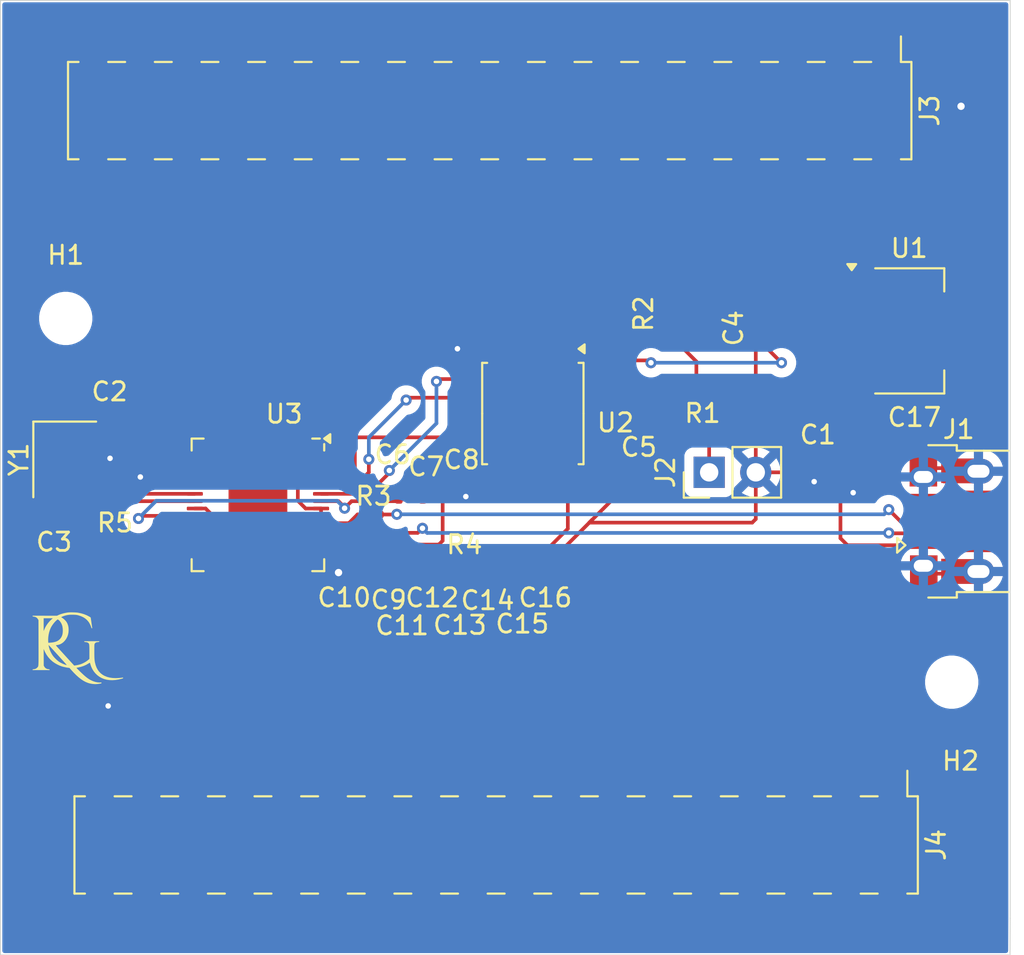
<source format=kicad_pcb>
(kicad_pcb (version 20241229) (generator "pcbnew") (generator_version "9.0")
  (title_block (title "RASPBERRY PI RP2040") (date "03-08-2025") (rev "V1") (company "ROOPA GHATKE"))
  (layers (0 "F.Cu" signal) (2 "B.Cu" signal) (13 "F.Paste" user) (15 "B.Paste" user) (5 "F.SilkS" user "F.Silkscreen") (7 "B.SilkS" user "B.Silkscreen") (1 "F.Mask" user) (3 "B.Mask" user) (25 "Edge.Cuts" user))
  (net 0 "")
  (net 1 "GND")
  (net 2 "VBUS")
  (net 3 "/XIN")
  (net 4 "Net-(C3-Pad2)")
  (net 5 "+3V3")
  (net 6 "+1V1")
  (net 8 "/USB_D-")
  (net 9 "/USB_D+")
  (net 10 "/USB_BOOT")
  (net 11 "/GPIO11")
  (net 12 "/GPIO3")
  (net 13 "/GPIO0")
  (net 14 "/GPIO2")
  (net 15 "/GPIO4")
  (net 16 "/GPIO10")
  (net 17 "/GPIO12")
  (net 18 "/GPIO15")
  (net 19 "/GPIO14")
  (net 20 "/GPIO6")
  (net 21 "/GPIO13")
  (net 22 "/GPIO8")
  (net 23 "/GPIO9")
  (net 24 "/GPIO7")
  (net 25 "/GPIO1")
  (net 26 "/GPIO5")
  (net 27 "/GPIO20")
  (net 28 "/GPIO21")
  (net 29 "/GPIO18")
  (net 30 "/GPIO16")
  (net 31 "/GPIO17")
  (net 32 "/SWCLK")
  (net 33 "/RUN")
  (net 34 "/GPI022")
  (net 35 "/GPIO23")
  (net 36 "/GPIO26_ADC0")
  (net 37 "/GPIO28_ADC2")
  (net 38 "/GPIO24")
  (net 39 "/SWD")
  (net 40 "/GPIO25")
  (net 41 "/GPIO19")
  (net 42 "/GPIO27_ADC1")
  (net 43 "/GPIO29_ADC3")
  (net 44 "/QSPI_SS")
  (net 45 "Net-(U3-USB_DP)")
  (net 46 "Net-(U3-USB_DM)")
  (net 47 "/XOUT")
  (net 48 "/QSPI_SCLK")
  (net 49 "/QSPI_SD0")
  (net 50 "/QSPI_SD2")
  (net 51 "/QSPI_SD3")
  (net 52 "/QSPI_SD1")
  (footprint "Capacitor_SMD:C_0201_0603Metric" (layer "F.Cu") (at 131.0604 100.5116 90)
    (property "Reference" "C14")
    (property "Value" "100n" (hide yes))
  )
  (footprint "Capacitor_SMD:C_0201_0603Metric" (layer "F.Cu") (at 128 96.36 90)
    (property "Reference" "C7")
    (property "Value" "100n" (hide yes))
  )
  (footprint "Connector_PinHeader_2.54mm:PinHeader_2x18_P2.54mm_Vertical_SMD" (layer "F.Cu") (at 131.65 75.5 -90)
    (property "Reference" "J3")
    (property "Value" "Conn_02x18_Odd_Even" (hide yes))
  )
  (footprint "Resistor_SMD:R_0201_0603Metric" (layer "F.Cu") (at 143.2422 90.9358 180)
    (property "Reference" "R1")
    (property "Value" "1k" (hide yes))
  )
  (footprint "Connector_PinHeader_2.54mm:PinHeader_2x18_P2.54mm_Vertical_SMD" (layer "F.Cu") (at 132 115.5 -90)
    (property "Reference" "J4")
    (property "Value" "Conn_02x18_Odd_Even" (hide yes))
  )
  (footprint "Capacitor_SMD:C_0201_0603Metric" (layer "F.Cu") (at 126.7 96.36 90)
    (property "Reference" "C6")
    (property "Value" "100n" (hide yes))
  )
  (footprint "Package_SO:SOIC-8_5.3x5.3mm_P1.27mm" (layer "F.Cu") (at 134 92 -90)
    (property "Reference" "U2")
    (property "Value" "W25Q128JVS" (hide yes))
  )
  (footprint "Capacitor_SMD:C_0201_0603Metric" (layer "F.Cu") (at 132.5 100.5116 90)
    (property "Reference" "C15")
    (property "Value" "100n" (hide yes))
  )
  (footprint "MountingHole:MountingHole_2.5mm" (layer "F.Cu") (at 108.556 86.821)
    (property "Reference" "H1")
    (property "Value" "MountingHole" (hide yes))
  )
  (footprint "Package_TO_SOT_SMD:SOT-223-3_TabPin2" (layer "F.Cu") (at 154.5 87.5)
    (property "Reference" "U1")
    (property "Value" "NCP1117-3.3_SOT223" (hide yes))
  )
  (footprint "Capacitor_SMD:C_0201_0603Metric" (layer "F.Cu") (at 128.175 100.505 90)
    (property "Reference" "C12")
    (property "Value" "100n" (hide yes))
  )
  (footprint "Crystal:Crystal_SMD_Abracon_ABM8G-4Pin_3.2x2.5mm" (layer "F.Cu") (at 108.5 94.5 -90)
    (property "Reference" "Y1")
    (property "Value" "Crystal_GND24" (hide yes))
  )
  (footprint "Capacitor_SMD:C_0201_0603Metric" (layer "F.Cu") (at 153.2346 93.679 90)
    (property "Reference" "C17")
    (property "Value" "10u" (hide yes))
  )
  (footprint "Capacitor_SMD:C_0201_0603Metric" (layer "F.Cu") (at 129.5 100.5 90)
    (property "Reference" "C13")
    (property "Value" "100n" (hide yes))
  )
  (footprint "Resistor_SMD:R_0201_0603Metric" (layer "F.Cu") (at 111.3652 96.854)
    (property "Reference" "R5")
    (property "Value" "1k" (hide yes))
  )
  (footprint "Capacitor_SMD:C_0201_0603Metric" (layer "F.Cu") (at 146.4782 87.3544 180)
    (property "Reference" "C4")
    (property "Value" "10u" (hide yes))
  )
  (footprint "Connector_PinHeader_2.54mm:PinHeader_1x02_P2.54mm_Vertical" (layer "F.Cu") (at 143.603 95.203 90)
    (property "Reference" "J2")
    (property "Value" "Conn_01x02" (hide yes))
  )
  (footprint "Capacitor_SMD:C_0201_0603Metric" (layer "F.Cu") (at 138.5026 94.8728 -90)
    (property "Reference" "C5")
    (property "Value" "100n" (hide yes))
  )
  (footprint "Capacitor_SMD:C_0201_0603Metric" (layer "F.Cu") (at 125.7 100.475 90)
    (property "Reference" "C9")
    (property "Value" "100n" (hide yes))
  )
  (footprint "Resistor_SMD:R_0201_0603Metric" (layer "F.Cu") (at 126.59 98.5 180)
    (property "Reference" "R4")
    (property "Value" "27" (hide yes))
  )
  (footprint "Resistor_SMD:R_0201_0603Metric" (layer "F.Cu") (at 125.32 97.5 180)
    (property "Reference" "R3")
    (property "Value" "27" (hide yes))
  )
  (footprint "Capacitor_SMD:C_0201_0603Metric" (layer "F.Cu") (at 126.9 100.495 90)
    (property "Reference" "C11")
    (property "Value" "100n" (hide yes))
  )
  (footprint "MountingHole:MountingHole_2.5mm" (layer "F.Cu") (at 156.816 106.633)
    (property "Reference" "H2")
    (property "Value" "MountingHole" (hide yes))
  )
  (footprint "Connector_USB:USB_Micro-B_Amphenol_10103594-0001LF_Horizontal" (layer "F.Cu") (at 157.1582 97.8502 90)
    (property "Reference" "J1")
    (property "Value" "USB_B_Micro" (hide yes))
  )
  (footprint "Capacitor_SMD:C_0201_0603Metric" (layer "F.Cu") (at 110 98.9876)
    (property "Reference" "C3")
    (property "Value" "15p" (hide yes))
  )
  (footprint "Capacitor_SMD:C_0201_0603Metric" (layer "F.Cu") (at 111.5786 93.2218)
    (property "Reference" "C2")
    (property "Value" "15p" (hide yes))
  )
  (footprint "Capacitor_SMD:C_0201_0603Metric" (layer "F.Cu") (at 124.45 100.48 90)
    (property "Reference" "C10")
    (property "Value" "1u" (hide yes))
  )
  (footprint "Resistor_SMD:R_0201_0603Metric" (layer "F.Cu") (at 138.528 86.567 -90)
    (property "Reference" "R2")
    (property "Value" "0NF" (hide yes))
  )
  (footprint "Capacitor_SMD:C_0201_0603Metric" (layer "F.Cu") (at 151.0756 94.3394)
    (property "Reference" "C1")
    (property "Value" "10u" (hide yes))
  )
  (footprint "Package_DFN_QFN:QFN-56-1EP_7x7mm_P0.4mm_EP3.2x3.2mm" (layer "F.Cu") (at 119.025 96.975 -90)
    (property "Reference" "U3")
    (property "Value" "RP2040")
  )
  (footprint "Capacitor_SMD:C_0201_0603Metric" (layer "F.Cu") (at 129.0875 96.32 -90)
    (property "Reference" "C8")
    (property "Value" "1u" (hide yes))
  )
  (footprint "Capacitor_SMD:C_0201_0603Metric" (layer "F.Cu") (at 133.9306 100.4862 90)
    (property "Reference" "C16")
    (property "Value" "100n" (hide yes))
  )
  (footprint "Logos:RoopaGhatke_logo" (layer "F.Cu") (at 108.1496 105.3376)
    (property "Reference" "G***" (hide yes))
    (property "Value" "LOGO" (hide yes))
  )
  (gr_line (start 105 69.5) (end 160 69.5) (stroke (width 0.05)) (layer "Edge.Cuts"))
  (gr_line (start 105 121.492) (end 105 69.5) (stroke (width 0.05)) (layer "Edge.Cuts"))
  (gr_line (start 160 119.5) (end 159.991 121.492) (stroke (width 0.05)) (layer "Edge.Cuts"))
  (gr_line (start 160 69.5) (end 160 119.5) (stroke (width 0.05)) (layer "Edge.Cuts"))
  (gr_line (start 159.991 121.492) (end 105 121.492) (stroke (width 0.05)) (layer "Edge.Cuts"))
  (segment (start 146.143 95.203) (end 148.942 95.203) (width 0.2) (layer "F.Cu") (net 1))
  (segment (start 151.448 96.312) (end 151.448 94.3918) (width 0.2) (layer "F.Cu") (net 1))
  (segment (start 125.695 100.8) (end 125.7 100.795) (width 0.2) (layer "F.Cu") (net 1))
  (segment (start 110.06 78.025) (end 110.06 72.975) (width 0.6) (layer "F.Cu") (net 1))
  (segment (start 130.1872 96) (end 129.0875 96) (width 0.2) (layer "F.Cu") (net 1))
  (segment (start 151.448 94.3918) (end 151.3956 94.3394) (width 0.2) (layer "F.Cu") (net 1))
  (segment (start 150.87 85.68) (end 151.35 85.2) (width 0.2) (layer "F.Cu") (net 1))
  (segment (start 158.5432 96.9152) (end 158.5432 98.8352) (width 0.2) (layer "F.Cu") (net 1))
  (segment (start 153.59 118.025) (end 110.41 118.025) (width 0.6) (layer "F.Cu") (net 1))
  (segment (start 118.025 95.975) (end 119.025 96.975) (width 0.2) (layer "F.Cu") (net 1))
  (segment (start 155.3932 95.5752) (end 155.2732 95.4552) (width 0.2) (layer "F.Cu") (net 1))
  (segment (start 109.68 97.63) (end 107.65 95.6) (width 0.2) (layer "F.Cu") (net 1))
  (segment (start 124.45 100.8) (end 123.551 100.8) (width 0.2) (layer "F.Cu") (net 1))
  (segment (start 130.3492 96.162) (end 130.1872 96) (width 0.2) (layer "F.Cu") (net 1))
  (segment (start 155.3932 96.5752) (end 155.3932 95.5752) (width 0.2) (layer "F.Cu") (net 1))
  (segment (start 110.06 72.975) (end 153.24 72.975) (width 0.6) (layer "F.Cu") (net 1))
  (segment (start 146.143 87.3696) (end 146.1582 87.3544) (width 0.2) (layer "F.Cu") (net 1))
  (segment (start 158.2732 99.1052) (end 158.5432 98.8352) (width 0.2) (layer "F.Cu") (net 1))
  (segment (start 146.143 95.203) (end 146.143 87.3696) (width 0.2) (layer "F.Cu") (net 1))
  (segment (start 126.88 100.795) (end 126.9 100.815) (width 0.2) (layer "F.Cu") (net 1))
  (segment (start 113.138 95.975) (end 115.5875 95.975) (width 0.2) (layer "F.Cu") (net 1))
  (segment (start 107.65 95.35) (end 107.65 95.6) (width 0.6) (layer "F.Cu") (net 1))
  (segment (start 129.5 100.82) (end 131.0488 100.82) (width 0.2) (layer "F.Cu") (net 1))
  (segment (start 125.7 100.795) (end 126.88 100.795) (width 0.2) (layer "F.Cu") (net 1))
  (segment (start 131.0604 100.8316) (end 132.5 100.8316) (width 0.2) (layer "F.Cu") (net 1))
  (segment (start 112.62 95.457) (end 113.138 95.975) (width 0.2) (layer "F.Cu") (net 1))
  (segment (start 111.284 93.298) (end 111.284 93.872) (width 0.2) (layer "F.Cu") (net 1))
  (segment (start 126.7 96.04) (end 128 96.04) (width 0.2) (layer "F.Cu") (net 1))
  (segment (start 110.969 94.441) (end 110.969 94.187) (width 0.2) (layer "F.Cu") (net 1))
  (segment (start 109.68 99) (end 109.68 97.63) (width 0.2) (layer "F.Cu") (net 1))
  (segment (start 109.452 93.298) (end 109.35 93.4) (width 0.2) (layer "F.Cu") (net 1))
  (segment (start 146.143 97.748) (end 145.948 97.943) (width 0.2) (layer "F.Cu") (net 1))
  (segment (start 155.035 72.975) (end 153.24 72.975) (width 0.2) (layer "F.Cu") (net 1))
  (segment (start 138.5 96.519999) (end 138.5 95.14) (width 0.2) (layer "F.Cu") (net 1))
  (segment (start 137.2294 97.7906) (end 138.5 96.519999) (width 0.2) (layer "F.Cu") (net 1))
  (segment (start 158.2732 95.1452) (end 158.2732 96.6452) (width 0.2) (layer "F.Cu") (net 1))
  (segment (start 157.1932 94.9752) (end 157.3432 95.1252) (width 0.2) (layer "F.Cu") (net 1))
  (segment (start 109.165 93.215) (end 109.35 93.4) (width 0.2) (layer "F.Cu") (net 1))
  (segment (start 133.9052 100.8316) (end 133.9306 100.8062) (width 0.2) (layer "F.Cu") (net 1))
  (segment (start 132.5 100.8316) (end 133.9052 100.8316) (width 0.2) (layer "F.Cu") (net 1))
  (segment (start 126.9 100.815) (end 128.165 100.815) (width 0.2) (layer "F.Cu") (net 1))
  (segment (start 133.9306 100.8062) (end 134.2138 100.8062) (width 0.2) (layer "F.Cu") (net 1))
  (segment (start 110.41 112.975) (end 110.41 108.3858) (width 0.2) (layer "F.Cu") (net 1))
  (segment (start 109.35 93.4) (end 109.35 93.65) (width 0.6) (layer "F.Cu") (net 1))
  (segment (start 132.095 88.4125) (end 129.9515 88.4125) (width 0.2) (layer "F.Cu") (net 1))
  (segment (start 146.1582 86.7854) (end 147.7436 85.2) (width 0.2) (layer "F.Cu") (net 1))
  (segment (start 155.2932 100.7252) (end 157.2232 100.7252) (width 0.2) (layer "F.Cu") (net 1))
  (segment (start 151.448 94.353) (end 152.8806 94.353) (width 0.2) (layer "F.Cu") (net 1))
  (segment (start 137.077 97.943) (end 137.2294 97.7906) (width 0.2) (layer "F.Cu") (net 1))
  (segment (start 129.9515 88.4125) (end 129.892 88.472) (width 0.2) (layer "F.Cu") (net 1))
  (segment (start 110.969 94.187) (end 111.284 93.872) (width 0.2) (layer "F.Cu") (net 1))
  (segment (start 158.2732 100.6052) (end 158.2732 99.1052) (width 0.2) (layer "F.Cu") (net 1))
  (segment (start 124.475 100.775) (end 124.45 100.8) (width 0.2) (layer "F.Cu") (net 1))
  (segment (start 131.0488 100.82) (end 131.0604 100.8316) (width 0.2) (layer "F.Cu") (net 1))
  (segment (start 147.7436 85.2) (end 151.35 85.2) (width 0.2) (layer "F.Cu") (net 1))
  (segment (start 129.0475 96.04) (end 129.0875 96) (width 0.2) (layer "F.Cu") (net 1))
  (segment (start 107.65 95.6) (end 107.65 95.1) (width 0.2) (layer "F.Cu") (net 1))
  (segment (start 110.41 108.3858) (end 110.8674 107.9284) (width 0.2) (layer "F.Cu") (net 1))
  (segment (start 158.2732 96.6452) (end 158.5432 96.9152) (width 0.2) (layer "F.Cu") (net 1))
  (segment (start 152.8806 94.353) (end 153.2346 93.999) (width 0.2) (layer "F.Cu") (net 1))
  (segment (start 145.948 97.943) (end 137.077 97.943) (width 0.2) (layer "F.Cu") (net 1))
  (segment (start 109.35 93.4) (end 109.35 93.9) (width 0.2) (layer "F.Cu") (net 1))
  (segment (start 128.165 100.815) (end 128.175 100.825) (width 0.2) (layer "F.Cu") (net 1))
  (segment (start 107.65 95.1) (end 109.35 93.4) (width 0.2) (layer "F.Cu") (net 1))
  (segment (start 146.1582 87.3544) (end 146.1582 86.7854) (width 0.2) (layer "F.Cu") (net 1))
  (segment (start 157.2232 100.7252) (end 157.3432 100.6052) (width 0.2) (layer "F.Cu") (net 1))
  (segment (start 146.143 95.203) (end 146.143 97.748) (width 0.2) (layer "F.Cu") (net 1))
  (segment (start 155.2732 94.9752) (end 157.1932 94.9752) (width 0.2) (layer "F.Cu") (net 1))
  (segment (start 128.175 100.825) (end 129.495 100.825) (width 0.2) (layer "F.Cu") (net 1))
  (segment (start 110.41 118.025) (end 110.41 112.975) (width 0.6) (layer "F.Cu") (net 1))
  (segment (start 124.45 100.8) (end 125.695 100.8) (width 0.2) (layer "F.Cu") (net 1))
  (segment (start 157.324 75.264) (end 155.035 72.975) (width 0.2) (layer "F.Cu") (net 1))
  (segment (start 148.942 95.203) (end 149.45 95.711) (width 0.2) (layer "F.Cu") (net 1))
  (segment (start 134.2138 100.8062) (end 137.2294 97.7906) (width 0.2) (layer "F.Cu") (net 1))
  (segment (start 130.3492 96.5238) (end 130.3492 96.162) (width 0.2) (layer "F.Cu") (net 1))
  (segment (start 129.495 100.825) (end 129.5 100.82) (width 0.2) (layer "F.Cu") (net 1))
  (segment (start 111.284 93.298) (end 109.452 93.298) (width 0.2) (layer "F.Cu") (net 1))
  (segment (start 128 96.04) (end 129.0475 96.04) (width 0.2) (layer "F.Cu") (net 1))
  (segment (start 123.551 100.8) (end 123.415 100.664) (width 0.2) (layer "F.Cu") (net 1))
  (segment (start 115.5875 95.975) (end 118.025 95.975) (width 0.2) (layer "F.Cu") (net 1))
  (via (at 129.892 88.472) (size 0.6) (drill 0.3) (layers "F.Cu" "B.Cu") (net 1))
  (via (at 149.323 95.711) (size 0.6) (drill 0.3) (layers "F.Cu" "B.Cu") (net 1))
  (via (at 157.324 75.264) (size 0.8) (drill 0.4) (layers "F.Cu" "B.Cu") (net 1))
  (via (at 110.969 94.441) (size 0.6) (drill 0.3) (layers "F.Cu" "B.Cu") (net 1))
  (via (at 112.62 95.457) (size 0.6) (drill 0.3) (layers "F.Cu" "B.Cu") (net 1))
  (via (at 110.8674 107.9284) (size 0.6) (drill 0.3) (layers "F.Cu" "B.Cu") (net 1))
  (via (at 130.3492 96.5238) (size 0.6) (drill 0.3) (layers "F.Cu" "B.Cu") (net 1))
  (via (at 151.448 96.312) (size 0.6) (drill 0.3) (layers "F.Cu" "B.Cu") (net 1))
  (via (at 123.415 100.664) (size 0.8) (drill 0.4) (layers "F.Cu" "B.Cu") (net 1))
  (segment (start 151.1362 99.1752) (end 150.7556 98.7946) (width 0.2) (layer "F.Cu") (net 2))
  (segment (start 155.3932 99.1752) (end 151.1362 99.1752) (width 0.2) (layer "F.Cu") (net 2))
  (segment (start 150.7556 94.3394) (end 150.7556 90.3944) (width 0.2) (layer "F.Cu") (net 2))
  (segment (start 150.7556 90.3944) (end 151.35 89.8) (width 0.2) (layer "F.Cu") (net 2))
  (segment (start 150.7556 98.7946) (end 150.7556 94.2198) (width 0.2) (layer "F.Cu") (net 2))
  (segment (start 107.667 91.901) (end 107.667 92.028) (width 0.2) (layer "F.Cu") (net 3))
  (segment (start 107.65 92.045) (end 107.65 93.4) (width 0.2) (layer "F.Cu") (net 3))
  (segment (start 110.715 91.901) (end 111.924 93.11) (width 0.2) (layer "F.Cu") (net 3))
  (segment (start 107.667 92.028) (end 107.65 92.045) (width 0.2) (layer "F.Cu") (net 3))
  (segment (start 112.395 96.375) (end 111.892 95.872) (width 0.2) (layer "F.Cu") (net 3))
  (segment (start 111.892 95.872) (end 111.892 93.33) (width 0.2) (layer "F.Cu") (net 3))
  (segment (start 110.715 91.901) (end 107.667 91.901) (width 0.2) (layer "F.Cu") (net 3))
  (segment (start 115.5875 96.375) (end 112.395 96.375) (width 0.2) (layer "F.Cu") (net 3))
  (segment (start 111.157 96.854) (end 110.326 96.854) (width 0.2) (layer "F.Cu") (net 4))
  (segment (start 110.326 96.854) (end 110.32 96.86) (width 0.2) (layer "F.Cu") (net 4))
  (segment (start 110.326 96.576) (end 109.35 95.6) (width 0.2) (layer "F.Cu") (net 4))
  (segment (start 110.32 99) (end 110.32 96.86) (width 0.2) (layer "F.Cu") (net 4))
  (segment (start 110.326 96.854) (end 110.326 96.576) (width 0.2) (layer "F.Cu") (net 4))
  (segment (start 128.165 100.175) (end 128.175 100.185) (width 0.2) (layer "F.Cu") (net 5))
  (segment (start 153.24 87.544) (end 153.24 78.025) (width 0.2) (layer "F.Cu") (net 5))
  (segment (start 121.5 99.175) (end 121.5 98.002226) (width 0.2) (layer "F.Cu") (net 5))
  (segment (start 117.5 99) (end 118.025 99.525) (width 0.2) (layer "F.Cu") (net 5))
  (segment (start 151.35 87.5) (end 157.65 87.5) (width 0.2) (layer "F.Cu") (net 5))
  (segment (start 153.26 87.564) (end 153.24 87.544) (width 0.2) (layer "F.Cu") (net 5))
  (segment (start 121.626 94.071774) (end 121.625 94.070774) (width 0.2) (layer "F.Cu") (net 5))
  (segment (start 131.0488 100.18) (end 131.0604 100.1916) (width 0.2) (layer "F.Cu") (net 5))
  (segment (start 135.905 95.5875) (end 136.2895 95.203) (width 0.2) (layer "F.Cu") (net 5))
  (segment (start 115.5875 97.175) (end 116.175 97.175) (width 0.2) (layer "F.Cu") (net 5))
  (segment (start 128.175 100.185) (end 129.495 100.185) (width 0.2) (layer "F.Cu") (net 5))
  (segment (start 121.625 94.070774) (end 121.625 93.5375) (width 0.2) (layer "F.Cu") (net 5))
  (segment (start 138.5026 94.5528) (end 138.5 94.5502) (width 0.2) (layer "F.Cu") (net 5))
  (segment (start 116.5 97.5) (end 116.5 99) (width 0.2) (layer "F.Cu") (net 5))
  (segment (start 138.0098 94.5528) (end 138.5026 94.5528) (width 0.2) (layer "F.Cu") (net 5))
  (segment (start 124.45 100.16) (end 125.695 100.16) (width 0.2) (layer "F.Cu") (net 5))
  (segment (start 136.2895 95.203) (end 137.3596 95.203) (width 0.2) (layer "F.Cu") (net 5))
  (segment (start 125.7 100.155) (end 126.88 100.155) (width 0.2) (layer "F.Cu") (net 5))
  (segment (start 131.0604 100.1916) (end 132.5 100.1916) (width 0.2) (layer "F.Cu") (net 5))
  (segment (start 122.4625 97.175) (end 122.4625 97.575) (width 0.2) (layer "F.Cu") (net 5))
  (segment (start 147.545 89.234) (end 146.7982 88.4872) (width 0.2) (layer "F.Cu") (net 5))
  (segment (start 125.695 100.16) (end 125.7 100.155) (width 0.2) (layer "F.Cu") (net 5))
  (segment (start 122.4625 99.575) (end 123.865 99.575) (width 0.2) (layer "F.Cu") (net 5))
  (segment (start 135.905 98.275) (end 135.905 95.5875) (width 0.2) (layer "F.Cu") (net 5))
  (segment (start 122.4625 97.575) (end 121.927226 97.575) (width 0.2) (layer "F.Cu") (net 5))
  (segment (start 121.197774 94.5) (end 121.626 94.071774) (width 0.2) (layer "F.Cu") (net 5))
  (segment (start 132.5 100.1916) (end 133.9052 100.1916) (width 0.2) (layer "F.Cu") (net 5))
  (segment (start 126.9 100.175) (end 128.165 100.175) (width 0.2) (layer "F.Cu") (net 5))
  (segment (start 122.4625 99.175) (end 122.4625 99.575) (width 0.2) (layer "F.Cu") (net 5))
  (segment (start 121.927226 97.575) (end 121.751113 97.751113) (width 0.2) (layer "F.Cu") (net 5))
  (segment (start 126.88 100.155) (end 126.9 100.175) (width 0.2) (layer "F.Cu") (net 5))
  (segment (start 137.3596 95.203) (end 138.0098 94.5528) (width 0.2) (layer "F.Cu") (net 5))
  (segment (start 123.865 99.575) (end 124.45 100.16) (width 0.2) (layer "F.Cu") (net 5))
  (segment (start 118.025 94.475) (end 118.05 94.5) (width 0.2) (layer "F.Cu") (net 5))
  (segment (start 121.5 99.175) (end 122.4625 99.175) (width 0.2) (layer "F.Cu") (net 5))
  (segment (start 121.751113 97.751113) (end 121.928226 97.574) (width 0.2) (layer "F.Cu") (net 5))
  (segment (start 118.025 100.4125) (end 118.025 99.525) (width 0.2) (layer "F.Cu") (net 5))
  (segment (start 129.495 100.185) (end 129.5 100.18) (width 0.2) (layer "F.Cu") (net 5))
  (segment (start 118.025 99.525) (end 118.375 99.175) (width 0.2) (layer "F.Cu") (net 5))
  (segment (start 138.5 89.107) (end 140.306 89.107) (width 0.2) (layer "F.Cu") (net 5))
  (segment (start 121.625 97.175) (end 122.4625 97.175) (width 0.2) (layer "F.Cu") (net 5))
  (segment (start 118.05 94.5) (end 121.197774 94.5) (width 0.2) (layer "F.Cu") (net 5))
  (segment (start 121.197774 94.5) (end 121.197774 96.747774) (width 0.2) (layer "F.Cu") (net 5))
  (segment (start 129.5 100.18) (end 131.0488 100.18) (width 0.2) (layer "F.Cu") (net 5))
  (segment (start 140.306 89.107) (end 140.433 89.234) (width 0.2) (layer "F.Cu") (net 5))
  (segment (start 138.5 89.107) (end 138.5 86.915) (width 0.2) (layer "F.Cu") (net 5))
  (segment (start 146.7982 87.3544) (end 151.2044 87.3544) (width 0.2) (layer "F.Cu") (net 5))
  (segment (start 116.175 97.175) (end 116.5 97.5) (width 0.2) (layer "F.Cu") (net 5))
  (segment (start 133.9052 100.1916) (end 133.9306 100.1662) (width 0.2) (layer "F.Cu") (net 5))
  (segment (start 151.2044 87.3544) (end 151.35 87.5) (width 0.2) (layer "F.Cu") (net 5))
  (segment (start 121.197774 96.747774) (end 121.625 97.175) (width 0.2) (layer "F.Cu") (net 5))
  (segment (start 153.26 93.298) (end 153.26 87.564) (width 0.2) (layer "F.Cu") (net 5))
  (segment (start 146.7982 88.4872) (end 146.7982 87.3544) (width 0.2) (layer "F.Cu") (net 5))
  (segment (start 116.5 99) (end 117.5 99) (width 0.2) (layer "F.Cu") (net 5))
  (segment (start 138.5 86.915) (end 138.528 86.887) (width 0.2) (layer "F.Cu") (net 5))
  (segment (start 118.025 93.5375) (end 118.025 94.475) (width 0.2) (layer "F.Cu") (net 5))
  (segment (start 118.375 99.175) (end 121.5 99.175) (width 0.2) (layer "F.Cu") (net 5))
  (segment (start 138.5 94.5502) (end 138.5 89.107) (width 0.2) (layer "F.Cu") (net 5))
  (segment (start 134.02 100.16) (end 135.905 98.275) (width 0.2) (layer "F.Cu") (net 5))
  (segment (start 121.5 98.002226) (end 121.751113 97.751113) (width 0.2) (layer "F.Cu") (net 5))
  (segment (start 121.625 100.4125) (end 122.4625 99.575) (width 0.2) (layer "F.Cu") (net 5))
  (via (at 147.545 89.234) (size 0.6) (drill 0.3) (layers "F.Cu" "B.Cu") (net 5))
  (via (at 140.433 89.234) (size 0.6) (drill 0.3) (layers "F.Cu" "B.Cu") (net 5))
  (segment (start 147.545 89.234) (end 140.433 89.234) (width 0.2) (layer "B.Cu") (net 5))
  (segment (start 129.0475 96.68) (end 129.0875 96.64) (width 0.2) (layer "F.Cu") (net 6))
  (segment (start 122.4625 96.775) (end 123.4122 96.775) (width 0.2) (layer "F.Cu") (net 6))
  (segment (start 129.1999 96.7524) (end 129.0875 96.64) (width 0.2) (layer "F.Cu") (net 6))
  (segment (start 126.604 96.776) (end 126.7 96.68) (width 0.2) (layer "F.Cu") (net 6))
  (segment (start 129.0875 98.9285) (end 129.0875 96.64) (width 0.2) (layer "F.Cu") (net 6))
  (segment (start 126.7 96.68) (end 128 96.68) (width 0.2) (layer "F.Cu") (net 6))
  (segment (start 123.7452 97.1588) (end 124.128 96.776) (width 0.2) (layer "F.Cu") (net 6))
  (segment (start 128.876 99.14) (end 129.0875 98.9285) (width 0.2) (layer "F.Cu") (net 6))
  (segment (start 128 96.68) (end 129.0475 96.68) (width 0.2) (layer "F.Cu") (net 6))
  (segment (start 123.542 99.14) (end 128.876 99.14) (width 0.2) (layer "F.Cu") (net 6))
  (segment (start 112.5184 97.7176) (end 112.661 97.575) (width 0.2) (layer "F.Cu") (net 6))
  (segment (start 112.661 97.575) (end 115.5875 97.575) (width 0.2) (layer "F.Cu") (net 6))
  (segment (start 124.128 96.776) (end 126.604 96.776) (width 0.2) (layer "F.Cu") (net 6))
  (segment (start 123.4122 96.775) (end 123.7706 97.1334) (width 0.2) (layer "F.Cu") (net 6))
  (segment (start 123.177 98.775) (end 123.542 99.14) (width 0.2) (layer "F.Cu") (net 6))
  (segment (start 122.4625 98.775) (end 123.177 98.775) (width 0.2) (layer "F.Cu") (net 6))
  (via (at 112.5184 97.7176) (size 0.6) (drill 0.3) (layers "F.Cu" "B.Cu") (net 6))
  (via (at 123.7452 97.1588) (size 0.6) (drill 0.3) (layers "F.Cu" "B.Cu") (net 6))
  (segment (start 112.5184 97.7176) (end 113.4836 96.7524) (width 0.2) (layer "B.Cu") (net 6))
  (segment (start 123.3388 96.7524) (end 123.7452 97.1588) (width 0.2) (layer "B.Cu") (net 6))
  (segment (start 113.4836 96.7524) (end 123.3388 96.7524) (width 0.2) (layer "B.Cu") (net 6))
  (segment (start 127.728 98.5) (end 126.91 98.5) (width 0.2) (layer "F.Cu") (net 8))
  (segment (start 155.3932 98.5252) (end 153.4072 98.5252) (width 0.2) (layer "F.Cu") (net 8))
  (segment (start 127.977 98.251) (end 127.728 98.5) (width 0.2) (layer "F.Cu") (net 8))
  (segment (start 153.4072 98.5252) (end 153.387 98.505) (width 0.2) (layer "F.Cu") (net 8))
  (segment (start 127.987 98.251) (end 127.977 98.251) (width 0.2) (layer "F.Cu") (net 8))
  (via (at 153.387 98.505) (size 0.6) (drill 0.3) (layers "F.Cu" "B.Cu") (net 8))
  (via (at 127.987 98.251) (size 0.6) (drill 0.3) (layers "F.Cu" "B.Cu") (net 8))
  (segment (start 128.241 98.505) (end 153.387 98.505) (width 0.2) (layer "B.Cu") (net 8))
  (segment (start 127.987 98.251) (end 128.241 98.505) (width 0.2) (layer "B.Cu") (net 8))
  (segment (start 125.64 97.5) (end 126.706 97.5) (width 0.2) (layer "F.Cu") (net 9))
  (segment (start 155.3932 97.8752) (end 154.0272 97.8752) (width 0.2) (layer "F.Cu") (net 9))
  (segment (start 154.0272 97.8752) (end 153.387 97.235) (width 0.2) (layer "F.Cu") (net 9))
  (via (at 153.387 97.235) (size 0.6) (drill 0.3) (layers "F.Cu" "B.Cu") (net 9))
  (via (at 126.59 97.489) (size 0.6) (drill 0.3) (layers "F.Cu" "B.Cu") (net 9))
  (segment (start 126.59 97.489) (end 153.133 97.489) (width 0.2) (layer "B.Cu") (net 9))
  (segment (start 153.133 97.489) (end 153.387 97.235) (width 0.2) (layer "B.Cu") (net 9))
  (segment (start 143.603 95.203) (end 143.603 90.941) (width 0.2) (layer "F.Cu") (net 10))
  (segment (start 116.425 87.575) (end 122.76 81.24) (width 0.2) (layer "F.Cu") (net 11))
  (segment (start 122.76 81.24) (end 122.76 78.025) (width 0.2) (layer "F.Cu") (net 11))
  (segment (start 116.425 93.5375) (end 116.425 87.575) (width 0.2) (layer "F.Cu") (net 11))
  (segment (start 143.08 79.92) (end 143.08 78.025) (width 0.2) (layer "F.Cu") (net 12))
  (segment (start 120.025 93.5375) (end 120.025 91.475) (width 0.2) (layer "F.Cu") (net 12))
  (segment (start 128 83.5) (end 139.5 83.5) (width 0.2) (layer "F.Cu") (net 12))
  (segment (start 120.025 91.475) (end 128 83.5) (width 0.2) (layer "F.Cu") (net 12))
  (segment (start 139.5 83.5) (end 143.08 79.92) (width 0.2) (layer "F.Cu") (net 12))
  (segment (start 121.225 93.5375) (end 121.225 92.85367) (width 0.2) (layer "F.Cu") (net 13))
  (segment (start 129.07867 85) (end 145 85) (width 0.2) (layer "F.Cu") (net 13))
  (segment (start 145 85) (end 150.7 79.3) (width 0.2) (layer "F.Cu") (net 13))
  (segment (start 150.7 79.3) (end 150.7 78.925) (width 0.2) (layer "F.Cu") (net 13))
  (segment (start 121.225 92.85367) (end 129.07867 85) (width 0.2) (layer "F.Cu") (net 13))
  (segment (start 120.425 92.075) (end 128.5 84) (width 0.2) (layer "F.Cu") (net 14))
  (segment (start 141 84) (end 145.62 79.38) (width 0.2) (layer "F.Cu") (net 14))
  (segment (start 120.425 93.5375) (end 120.425 92.075) (width 0.2) (layer "F.Cu") (net 14))
  (segment (start 145.62 79.38) (end 145.62 78.025) (width 0.2) (layer "F.Cu") (net 14))
  (segment (start 128.5 84) (end 141 84) (width 0.2) (layer "F.Cu") (net 14))
  (segment (start 137.5 83) (end 140.54 79.96) (width 0.2) (layer "F.Cu") (net 15))
  (segment (start 119.625 91.3079) (end 127.9329 83) (width 0.2) (layer "F.Cu") (net 15))
  (segment (start 140.54 79.96) (end 140.54 78.025) (width 0.2) (layer "F.Cu") (net 15))
  (segment (start 127.9329 83) (end 137.5 83) (width 0.2) (layer "F.Cu") (net 15))
  (segment (start 119.625 93.5375) (end 119.625 91.3079) (width 0.2) (layer "F.Cu") (net 15))
  (segment (start 116.825 88.175) (end 125.3 79.7) (width 0.2) (layer "F.Cu") (net 16))
  (segment (start 116.825 93.5375) (end 116.825 88.175) (width 0.2) (layer "F.Cu") (net 16))
  (segment (start 125.3 79.7) (end 125.3 78.025) (width 0.2) (layer "F.Cu") (net 16))
  (segment (start 120.22 81.78) (end 120.22 78.025) (width 0.2) (layer "F.Cu") (net 17))
  (segment (start 115.5875 94.375) (end 115.5875 86.4125) (width 0.2) (layer "F.Cu") (net 17))
  (segment (start 115.5875 86.4125) (end 120.22 81.78) (width 0.2) (layer "F.Cu") (net 17))
  (segment (start 112.6 94.167) (end 112.6 78.925) (width 0.2) (layer "F.Cu") (net 18))
  (segment (start 114.008 95.575) (end 112.6 94.167) (width 0.2) (layer "F.Cu") (net 18))
  (segment (start 115.5875 95.575) (end 114.008 95.575) (width 0.2) (layer "F.Cu") (net 18))
  (segment (start 114 80.5) (end 115.14 79.36) (width 0.2) (layer "F.Cu") (net 19))
  (segment (start 115.14 78.925) (end 115.14 78.025) (width 0.2) (layer "F.Cu") (net 19))
  (segment (start 114 94.9842) (end 114 80.5) (width 0.2) (layer "F.Cu") (net 19))
  (segment (start 115.5875 95.175) (end 114.1908 95.175) (width 0.2) (layer "F.Cu") (net 19))
  (segment (start 115.14 79.36) (end 115.14 78.025) (width 0.2) (layer "F.Cu") (net 19))
  (segment (start 114.1908 95.175) (end 114 94.9842) (width 0.2) (layer "F.Cu") (net 19))
  (segment (start 134.5 82) (end 135.5 81) (width 0.2) (layer "F.Cu") (net 20))
  (segment (start 127 82) (end 134.5 82) (width 0.2) (layer "F.Cu") (net 20))
  (segment (start 118.825 93.5375) (end 118.825 90.175) (width 0.2) (layer "F.Cu") (net 20))
  (segment (start 118.825 90.175) (end 127 82) (width 0.2) (layer "F.Cu") (net 20))
  (segment (start 135.5 78.065) (end 135.46 78.025) (width 0.2) (layer "F.Cu") (net 20))
  (segment (start 135.5 81) (end 135.5 78.065) (width 0.2) (layer "F.Cu") (net 20))
  (segment (start 114.5 85.5) (end 117.68 82.32) (width 0.2) (layer "F.Cu") (net 21))
  (segment (start 115.5875 94.775) (end 114.775 94.775) (width 0.2) (layer "F.Cu") (net 21))
  (segment (start 117.68 82.32) (end 117.68 78.025) (width 0.2) (layer "F.Cu") (net 21))
  (segment (start 114.5 94.5) (end 114.5 85.5) (width 0.2) (layer "F.Cu") (net 21))
  (segment (start 114.775 94.775) (end 114.5 94.5) (width 0.2) (layer "F.Cu") (net 21))
  (segment (start 117.68 78.92) (end 117.68 78.025) (width 0.2) (layer "F.Cu") (net 21))
  (segment (start 117.625 89.375) (end 126 81) (width 0.2) (layer "F.Cu") (net 22))
  (segment (start 130.38 79.12) (end 130.38 78.025) (width 0.2) (layer "F.Cu") (net 22))
  (segment (start 128.5 81) (end 130.38 79.12) (width 0.2) (layer "F.Cu") (net 22))
  (segment (start 117.625 93.5375) (end 117.625 89.375) (width 0.2) (layer "F.Cu") (net 22))
  (segment (start 126 81) (end 128.5 81) (width 0.2) (layer "F.Cu") (net 22))
  (segment (start 127.84 78.66) (end 127.84 78.025) (width 0.2) (layer "F.Cu") (net 23))
  (segment (start 127.5 79) (end 127.84 78.66) (width 0.2) (layer "F.Cu") (net 23))
  (segment (start 117.225 93.5375) (end 117.225 88.775) (width 0.2) (layer "F.Cu") (net 23))
  (segment (start 117.225 88.775) (end 125.5 80.5) (width 0.2) (layer "F.Cu") (net 23))
  (segment (start 125.5 80.5) (end 127.5 80.5) (width 0.2) (layer "F.Cu") (net 23))
  (segment (start 127.5 80.5) (end 127.5 79) (width 0.2) (layer "F.Cu") (net 23))
  (segment (start 118.425 89.60855) (end 126.53355 81.5) (width 0.2) (layer "F.Cu") (net 24))
  (segment (start 126.53355 81.5) (end 130.5 81.5) (width 0.2) (layer "F.Cu") (net 24))
  (segment (start 118.425 93.5375) (end 118.425 89.60855) (width 0.2) (layer "F.Cu") (net 24))
  (segment (start 130.5 81.5) (end 132.92 79.08) (width 0.2) (layer "F.Cu") (net 24))
  (segment (start 132.92 79.08) (end 132.92 78.025) (width 0.2) (layer "F.Cu") (net 24))
  (segment (start 120.825 92.675) (end 129 84.5) (width 0.2) (layer "F.Cu") (net 25))
  (segment (start 148.16 79.84) (end 148.16 78.025) (width 0.2) (layer "F.Cu") (net 25))
  (segment (start 129 84.5) (end 143.5 84.5) (width 0.2) (layer "F.Cu") (net 25))
  (segment (start 143.5 84.5) (end 148.16 79.84) (width 0.2) (layer "F.Cu") (net 25))
  (segment (start 120.825 93.5375) (end 120.825 92.675) (width 0.2) (layer "F.Cu") (net 25))
  (segment (start 119.226 90.774) (end 127.599 82.401) (width 0.2) (layer "F.Cu") (net 26))
  (segment (start 138 81) (end 138 78.025) (width 0.2) (layer "F.Cu") (net 26))
  (segment (start 136.599 82.401) (end 138 81) (width 0.2) (layer "F.Cu") (net 26))
  (segment (start 127.599 82.401) (end 136.599 82.401) (width 0.2) (layer "F.Cu") (net 26))
  (segment (start 119.225 93.5375) (end 119.225 90.775) (width 0.2) (layer "F.Cu") (net 26))
  (segment (start 130 106) (end 118 106) (width 0.2) (layer "F.Cu") (net 27))
  (segment (start 130 106) (end 130.73 106.73) (width 0.2) (layer "F.Cu") (net 27))
  (segment (start 118 106) (end 117.225 105.225) (width 0.2) (layer "F.Cu") (net 27))
  (segment (start 117.225 105.225) (end 117.225 100.4125) (width 0.2) (layer "F.Cu") (net 27))
  (segment (start 130.73 106.73) (end 130.73 112.975) (width 0.2) (layer "F.Cu") (net 27))
  (segment (start 117.625 100.4125) (end 117.625 104.6921) (width 0.2) (layer "F.Cu") (net 28))
  (segment (start 117.625 104.6921) (end 118.4329 105.5) (width 0.2) (layer "F.Cu") (net 28))
  (segment (start 118.4329 105.5) (end 131.5 105.5) (width 0.2) (layer "F.Cu") (net 28))
  (segment (start 131.5 105.5) (end 133.27 107.27) (width 0.2) (layer "F.Cu") (net 28))
  (segment (start 133.27 107.27) (end 133.27 112.975) (width 0.2) (layer "F.Cu") (net 28))
  (segment (start 116.425 100.4125) (end 116.425 106.425) (width 0.2) (layer "F.Cu") (net 29))
  (segment (start 117 107) (end 125.5 107) (width 0.2) (layer "F.Cu") (net 29))
  (segment (start 116.425 106.425) (end 117 107) (width 0.2) (layer "F.Cu") (net 29))
  (segment (start 125.5 107) (end 125.65 107.15) (width 0.2) (layer "F.Cu") (net 29))
  (segment (start 125.65 107.15) (end 125.65 112.975) (width 0.2) (layer "F.Cu") (net 29))
  (segment (start 115.5875 99.175) (end 114.825 99.175) (width 0.2) (layer "F.Cu") (net 30))
  (segment (start 116 108) (end 120 108) (width 0.2) (layer "F.Cu") (net 30))
  (segment (start 114.825 99.175) (end 114.5 99.5) (width 0.2) (layer "F.Cu") (net 30))
  (segment (start 120.57 108.57) (end 120.57 112.975) (width 0.2) (layer "F.Cu") (net 30))
  (segment (start 114.5 106.5) (end 116 108) (width 0.2) (layer "F.Cu") (net 30))
  (segment (start 114.5 99.5) (end 114.5 106.5) (width 0.2) (layer "F.Cu") (net 30))
  (segment (start 120 108) (end 120.57 108.57) (width 0.2) (layer "F.Cu") (net 30))
  (segment (start 115.5875 99.575) (end 115.5875 106.5875) (width 0.2) (layer "F.Cu") (net 31))
  (segment (start 123 107.5) (end 123.11 107.61) (width 0.2) (layer "F.Cu") (net 31))
  (segment (start 123.11 107.61) (end 123.11 112.975) (width 0.2) (layer "F.Cu") (net 31))
  (segment (start 115.5875 106.5875) (end 116.5 107.5) (width 0.2) (layer "F.Cu") (net 31))
  (segment (start 116.5 107.5) (end 123 107.5) (width 0.2) (layer "F.Cu") (net 31))
  (segment (start 113.525 97.975) (end 112.95 98.55) (width 0.2) (layer "F.Cu") (net 32))
  (segment (start 112.95 98.55) (end 112.95 112.975) (width 0.2) (layer "F.Cu") (net 32))
  (segment (start 115.5875 97.975) (end 113.525 97.975) (width 0.2) (layer "F.Cu") (net 32))
  (segment (start 118.03 109.03) (end 118.03 112.975) (width 0.2) (layer "F.Cu") (net 33))
  (segment (start 114.225 98.775) (end 114 99) (width 0.2) (layer "F.Cu") (net 33))
  (segment (start 115.5 108.5) (end 117.5 108.5) (width 0.2) (layer "F.Cu") (net 33))
  (segment (start 117.5 108.5) (end 118.03 109.03) (width 0.2) (layer "F.Cu") (net 33))
  (segment (start 115.5875 98.775) (end 114.225 98.775) (width 0.2) (layer "F.Cu") (net 33))
  (segment (start 114 99) (end 114 107) (width 0.2) (layer "F.Cu") (net 33))
  (segment (start 114 107) (end 115.5 108.5) (width 0.2) (layer "F.Cu") (net 33))
  (segment (start 134 105) (end 135.81 106.81) (width 0.2) (layer "F.Cu") (net 34))
  (segment (start 118.425 100.4125) (end 118.425 104.925) (width 0.2) (layer "F.Cu") (net 34))
  (segment (start 118.5 105) (end 134 105) (width 0.2) (layer "F.Cu") (net 34))
  (segment (start 118.425 104.925) (end 118.5 105) (width 0.2) (layer "F.Cu") (net 34))
  (segment (start 135.81 106.81) (end 135.81 112.975) (width 0.2) (layer "F.Cu") (net 34))
  (segment (start 118.825 100.4125) (end 118.825 104.325) (width 0.2) (layer "F.Cu") (net 35))
  (segment (start 119 104.5) (end 135 104.5) (width 0.2) (layer "F.Cu") (net 35))
  (segment (start 135 104.5) (end 138.35 107.85) (width 0.2) (layer "F.Cu") (net 35))
  (segment (start 138.35 107.85) (end 138.35 112.975) (width 0.2) (layer "F.Cu") (net 35))
  (segment (start 118.825 104.325) (end 119 104.5) (width 0.2) (layer "F.Cu") (net 35))
  (segment (start 120.4329 103) (end 120.025 102.5921) (width 0.2) (layer "F.Cu") (net 36))
  (segment (start 144 103) (end 120.4329 103) (width 0.2) (layer "F.Cu") (net 36))
  (segment (start 145.97 104.97) (end 145.97 112.975) (width 0.2) (layer "F.Cu") (net 36))
  (segment (start 144 103) (end 145.97 104.97) (width 0.2) (layer "F.Cu") (net 36))
  (segment (start 120.025 102.5921) (end 120.025 100.4125) (width 0.2) (layer "F.Cu") (net 36))
  (segment (start 120.825 101.825) (end 121 102) (width 0.2) (layer "F.Cu") (net 37))
  (segment (start 120.825 100.4125) (end 120.825 101.825) (width 0.2) (layer "F.Cu") (net 37))
  (segment (start 121 102) (end 148.5 102) (width 0.2) (layer "F.Cu") (net 37))
  (segment (start 148.5 102) (end 151.05 104.55) (width 0.2) (layer "F.Cu") (net 37))
  (segment (start 151.05 104.55) (end 151.05 112.975) (width 0.2) (layer "F.Cu") (net 37))
  (segment (start 140.89 107.89) (end 140.89 112.975) (width 0.2) (layer "F.Cu") (net 38))
  (segment (start 119.5 104) (end 137 104) (width 0.2) (layer "F.Cu") (net 38))
  (segment (start 119.225 103.725) (end 119.5 104) (width 0.2) (layer "F.Cu") (net 38))
  (segment (start 137 104) (end 140.89 107.89) (width 0.2) (layer "F.Cu") (net 38))
  (segment (start 119.225 100.4125) (end 119.225 103.725) (width 0.2) (layer "F.Cu") (net 38))
  (segment (start 115.49 109.49) (end 115.49 112.975) (width 0.2) (layer "F.Cu") (net 39))
  (segment (start 113.5 98.9329) (end 113.5 107.5) (width 0.2) (layer "F.Cu") (net 39))
  (segment (start 115.5875 98.375) (end 114.0579 98.375) (width 0.2) (layer "F.Cu") (net 39))
  (segment (start 114.0579 98.375) (end 113.5 98.9329) (width 0.2) (layer "F.Cu") (net 39))
  (segment (start 113.5 107.5) (end 115.49 109.49) (width 0.2) (layer "F.Cu") (net 39))
  (segment (start 119.9329 103.5) (end 140 103.5) (width 0.2) (layer "F.Cu") (net 40))
  (segment (start 143.43 106.93) (end 143.43 112.975) (width 0.2) (layer "F.Cu") (net 40))
  (segment (start 119.625 103.1921) (end 119.9329 103.5) (width 0.2) (layer "F.Cu") (net 40))
  (segment (start 140 103.5) (end 143.43 106.93) (width 0.2) (layer "F.Cu") (net 40))
  (segment (start 119.625 100.4125) (end 119.625 103.1921) (width 0.2) (layer "F.Cu") (net 40))
  (segment (start 117.5 106.5) (end 127.5 106.5) (width 0.2) (layer "F.Cu") (net 41))
  (segment (start 116.825 105.825) (end 117.5 106.5) (width 0.2) (layer "F.Cu") (net 41))
  (segment (start 128.19 107.19) (end 128.19 112.975) (width 0.2) (layer "F.Cu") (net 41))
  (segment (start 127.5 106.5) (end 128.19 107.19) (width 0.2) (layer "F.Cu") (net 41))
  (segment (start 116.825 100.4125) (end 116.825 105.825) (width 0.2) (layer "F.Cu") (net 41))
  (segment (start 120.5 102.5) (end 145.5 102.5) (width 0.2) (layer "F.Cu") (net 42))
  (segment (start 145.5 102.5) (end 148.51 105.51) (width 0.2) (layer "F.Cu") (net 42))
  (segment (start 120.425 100.4125) (end 120.425 102.425) (width 0.2) (layer "F.Cu") (net 42))
  (segment (start 120.425 102.425) (end 120.5 102.5) (width 0.2) (layer "F.Cu") (net 42))
  (segment (start 148.51 105.51) (end 148.51 112.975) (width 0.2) (layer "F.Cu") (net 42))
  (segment (start 153.59 105.09) (end 150 101.5) (width 0.2) (layer "F.Cu") (net 43))
  (segment (start 153.59 112.975) (end 153.59 105.09) (width 0.2) (layer "F.Cu") (net 43))
  (segment (start 121.5 101.5) (end 121.225 101.225) (width 0.2) (layer "F.Cu") (net 43))
  (segment (start 121.225 101.225) (end 121.225 100.4125) (width 0.2) (layer "F.Cu") (net 43))
  (segment (start 150 101.5) (end 121.5 101.5) (width 0.2) (layer "F.Cu") (net 43))
  (segment (start 129.5 86) (end 122.4625 93.0375) (width 0.2) (layer "F.Cu") (net 44))
  (segment (start 138.528 86.247) (end 138.498 86.277) (width 0.2) (layer "F.Cu") (net 44))
  (segment (start 138.528 86.247) (end 136.253 86.247) (width 0.2) (layer "F.Cu") (net 44))
  (segment (start 135.31 86) (end 129.5 86) (width 0.2) (layer "F.Cu") (net 44))
  (segment (start 142.907 89.168) (end 139.986 86.247) (width 0.2) (layer "F.Cu") (net 44))
  (segment (start 136.253 86.247) (end 135.905 86.595) (width 0.2) (layer "F.Cu") (net 44))
  (segment (start 142.907 90.885) (end 142.907 89.168) (width 0.2) (layer "F.Cu") (net 44))
  (segment (start 122.4625 93.0375) (end 122.4625 94.375) (width 0.2) (layer "F.Cu") (net 44))
  (segment (start 139.986 86.247) (end 138.528 86.247) (width 0.2) (layer "F.Cu") (net 44))
  (segment (start 135.905 86.595) (end 135.31 86) (width 0.2) (layer "F.Cu") (net 44))
  (segment (start 135.905 88.4125) (end 135.905 86.595) (width 0.2) (layer "F.Cu") (net 44))
  (segment (start 123.975 97.975) (end 124.45 97.5) (width 0.2) (layer "F.Cu") (net 45))
  (segment (start 124.45 97.5) (end 125 97.5) (width 0.2) (layer "F.Cu") (net 45))
  (segment (start 122.4625 97.975) (end 123.975 97.975) (width 0.2) (layer "F.Cu") (net 45))
  (segment (start 122.4625 98.375) (end 123.375 98.375) (width 0.2) (layer "F.Cu") (net 46))
  (segment (start 123.5 98.5) (end 126.27 98.5) (width 0.2) (layer "F.Cu") (net 46))
  (segment (start 123.375 98.375) (end 123.5 98.5) (width 0.2) (layer "F.Cu") (net 46))
  (segment (start 115.5875 96.775) (end 111.876 96.775) (width 0.2) (layer "F.Cu") (net 47))
  (segment (start 111.876 96.775) (end 111.797 96.854) (width 0.2) (layer "F.Cu") (net 47))
  (segment (start 132.051 92.409) (end 130.781 91.139) (width 0.2) (layer "F.Cu") (net 48))
  (segment (start 125.066 94.4918) (end 125.066 95.203) (width 0.2) (layer "F.Cu") (net 48))
  (segment (start 124.294 95.975) (end 122.4625 95.975) (width 0.2) (layer "F.Cu") (net 48))
  (segment (start 130.527 91.139) (end 127.225 91.139) (width 0.2) (layer "F.Cu") (net 48))
  (segment (start 125.066 95.203) (end 124.294 95.975) (width 0.2) (layer "F.Cu") (net 48))
  (segment (start 133.365 93.723) (end 132.051 92.409) (width 0.2) (layer "F.Cu") (net 48))
  (segment (start 127.225 91.139) (end 127.098 91.266) (width 0.2) (layer "F.Cu") (net 48))
  (segment (start 133.365 95.5875) (end 133.365 93.723) (width 0.2) (layer "F.Cu") (net 48))
  (segment (start 130.781 91.139) (end 130.527 91.139) (width 0.2) (layer "F.Cu") (net 48))
  (via (at 127.098 91.266) (size 0.6) (drill 0.3) (layers "F.Cu" "B.Cu") (net 48))
  (via (at 125.066 94.4918) (size 0.6) (drill 0.3) (layers "F.Cu" "B.Cu") (net 48))
  (segment (start 125.066 94.4918) (end 125.066 93.298) (width 0.2) (layer "B.Cu") (net 48))
  (segment (start 125.066 93.298) (end 127.098 91.266) (width 0.2) (layer "B.Cu") (net 48))
  (segment (start 132.095 95.5875) (end 132.095 93.469) (width 0.2) (layer "F.Cu") (net 49))
  (segment (start 132.095 93.469) (end 131.924 93.298) (width 0.2) (layer "F.Cu") (net 49))
  (segment (start 131.924 93.298) (end 124.431 93.298) (width 0.2) (layer "F.Cu") (net 49))
  (segment (start 124.431 93.298) (end 124.304 93.425) (width 0.2) (layer "F.Cu") (net 49))
  (segment (start 124.304 93.425) (end 124.304 95.321) (width 0.2) (layer "F.Cu") (net 49))
  (segment (start 124.304 95.321) (end 124.05 95.575) (width 0.2) (layer "F.Cu") (net 49))
  (segment (start 124.05 95.575) (end 122.4625 95.575) (width 0.2) (layer "F.Cu") (net 49))
  (segment (start 133.365 87.135) (end 133.365 88.4125) (width 0.2) (layer "F.Cu") (net 50))
  (segment (start 122.4625 95.175) (end 123.825 95.175) (width 0.2) (layer "F.Cu") (net 50))
  (segment (start 123.825 92.888) (end 129.713 87) (width 0.2) (layer "F.Cu") (net 50))
  (segment (start 133.23 87) (end 133.365 87.135) (width 0.2) (layer "F.Cu") (net 50))
  (segment (start 123.825 95.175) (end 123.825 92.888) (width 0.2) (layer "F.Cu") (net 50))
  (segment (start 129.713 87) (end 133.23 87) (width 0.2) (layer "F.Cu") (net 50))
  (segment (start 125.037 96.375) (end 122.4625 96.375) (width 0.2) (layer "F.Cu") (net 51))
  (segment (start 126.1836 95.1014) (end 126.1836 95.2284) (width 0.2) (layer "F.Cu") (net 51))
  (segment (start 134.635 95.5875) (end 134.635 92.834) (width 0.2) (layer "F.Cu") (net 51))
  (segment (start 134.635 92.834) (end 131.924 90.123) (width 0.2) (layer "F.Cu") (net 51))
  (segment (start 126.1836 95.2284) (end 125.037 96.375) (width 0.2) (layer "F.Cu") (net 51))
  (segment (start 128.876 90.123) (end 128.749 90.25) (width 0.2) (layer "F.Cu") (net 51))
  (segment (start 129.638 90.123) (end 128.876 90.123) (width 0.2) (layer "F.Cu") (net 51))
  (segment (start 131.924 90.123) (end 129.638 90.123) (width 0.2) (layer "F.Cu") (net 51))
  (via (at 126.1836 95.1014) (size 0.6) (drill 0.3) (layers "F.Cu" "B.Cu") (net 51))
  (via (at 128.749 90.25) (size 0.6) (drill 0.3) (layers "F.Cu" "B.Cu") (net 51))
  (segment (start 126.1836 95.1014) (end 128.749 92.536) (width 0.2) (layer "B.Cu") (net 51))
  (segment (start 128.749 92.536) (end 128.749 90.25) (width 0.2) (layer "B.Cu") (net 51))
  (segment (start 123.225 94.775) (end 123.225 92.8421) (width 0.2) (layer "F.Cu") (net 52))
  (segment (start 129.5671 86.5) (end 134.5 86.5) (width 0.2) (layer "F.Cu") (net 52))
  (segment (start 123.225 92.8421) (end 129.5671 86.5) (width 0.2) (layer "F.Cu") (net 52))
  (segment (start 122.4625 94.775) (end 123.225 94.775) (width 0.2) (layer "F.Cu") (net 52))
  (segment (start 134.5 86.5) (end 134.635 86.635) (width 0.2) (layer "F.Cu") (net 52))
  (segment (start 134.635 86.635) (end 134.635 88.4125) (width 0.2) (layer "F.Cu") (net 52))
  (zone (net 1) (net_name "GND") (layer "B.Cu") (connect_pads (clearance 0.5)) (min_thickness 0.25) (fill yes (thermal_gap 0.5) (thermal_bridge_width 0.5))
    (polygon (pts (xy 105 69.4982) (xy 160.0164 69.4982) (xy 159.991 121.492) (xy 105 121.492)))
  )
)
</source>
